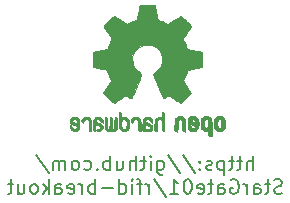
<source format=gbo>
G04 #@! TF.GenerationSoftware,KiCad,Pcbnew,5.1.10*
G04 #@! TF.CreationDate,2021-10-22T00:18:35+02:00*
G04 #@! TF.ProjectId,rfid-breakout,72666964-2d62-4726-9561-6b6f75742e6b,rev?*
G04 #@! TF.SameCoordinates,Original*
G04 #@! TF.FileFunction,Legend,Bot*
G04 #@! TF.FilePolarity,Positive*
%FSLAX46Y46*%
G04 Gerber Fmt 4.6, Leading zero omitted, Abs format (unit mm)*
G04 Created by KiCad (PCBNEW 5.1.10) date 2021-10-22 00:18:35*
%MOMM*%
%LPD*%
G01*
G04 APERTURE LIST*
%ADD10C,0.200000*%
%ADD11C,0.010000*%
G04 APERTURE END LIST*
D10*
X155585714Y-104292857D02*
X155585714Y-103092857D01*
X155071428Y-104292857D02*
X155071428Y-103664285D01*
X155128571Y-103550000D01*
X155242857Y-103492857D01*
X155414285Y-103492857D01*
X155528571Y-103550000D01*
X155585714Y-103607142D01*
X154671428Y-103492857D02*
X154214285Y-103492857D01*
X154500000Y-103092857D02*
X154500000Y-104121428D01*
X154442857Y-104235714D01*
X154328571Y-104292857D01*
X154214285Y-104292857D01*
X153985714Y-103492857D02*
X153528571Y-103492857D01*
X153814285Y-103092857D02*
X153814285Y-104121428D01*
X153757142Y-104235714D01*
X153642857Y-104292857D01*
X153528571Y-104292857D01*
X153128571Y-103492857D02*
X153128571Y-104692857D01*
X153128571Y-103550000D02*
X153014285Y-103492857D01*
X152785714Y-103492857D01*
X152671428Y-103550000D01*
X152614285Y-103607142D01*
X152557142Y-103721428D01*
X152557142Y-104064285D01*
X152614285Y-104178571D01*
X152671428Y-104235714D01*
X152785714Y-104292857D01*
X153014285Y-104292857D01*
X153128571Y-104235714D01*
X152100000Y-104235714D02*
X151985714Y-104292857D01*
X151757142Y-104292857D01*
X151642857Y-104235714D01*
X151585714Y-104121428D01*
X151585714Y-104064285D01*
X151642857Y-103950000D01*
X151757142Y-103892857D01*
X151928571Y-103892857D01*
X152042857Y-103835714D01*
X152100000Y-103721428D01*
X152100000Y-103664285D01*
X152042857Y-103550000D01*
X151928571Y-103492857D01*
X151757142Y-103492857D01*
X151642857Y-103550000D01*
X151071428Y-104178571D02*
X151014285Y-104235714D01*
X151071428Y-104292857D01*
X151128571Y-104235714D01*
X151071428Y-104178571D01*
X151071428Y-104292857D01*
X151071428Y-103550000D02*
X151014285Y-103607142D01*
X151071428Y-103664285D01*
X151128571Y-103607142D01*
X151071428Y-103550000D01*
X151071428Y-103664285D01*
X149642857Y-103035714D02*
X150671428Y-104578571D01*
X148385714Y-103035714D02*
X149414285Y-104578571D01*
X147471428Y-103492857D02*
X147471428Y-104464285D01*
X147528571Y-104578571D01*
X147585714Y-104635714D01*
X147700000Y-104692857D01*
X147871428Y-104692857D01*
X147985714Y-104635714D01*
X147471428Y-104235714D02*
X147585714Y-104292857D01*
X147814285Y-104292857D01*
X147928571Y-104235714D01*
X147985714Y-104178571D01*
X148042857Y-104064285D01*
X148042857Y-103721428D01*
X147985714Y-103607142D01*
X147928571Y-103550000D01*
X147814285Y-103492857D01*
X147585714Y-103492857D01*
X147471428Y-103550000D01*
X146900000Y-104292857D02*
X146900000Y-103492857D01*
X146900000Y-103092857D02*
X146957142Y-103150000D01*
X146900000Y-103207142D01*
X146842857Y-103150000D01*
X146900000Y-103092857D01*
X146900000Y-103207142D01*
X146500000Y-103492857D02*
X146042857Y-103492857D01*
X146328571Y-103092857D02*
X146328571Y-104121428D01*
X146271428Y-104235714D01*
X146157142Y-104292857D01*
X146042857Y-104292857D01*
X145642857Y-104292857D02*
X145642857Y-103092857D01*
X145128571Y-104292857D02*
X145128571Y-103664285D01*
X145185714Y-103550000D01*
X145300000Y-103492857D01*
X145471428Y-103492857D01*
X145585714Y-103550000D01*
X145642857Y-103607142D01*
X144042857Y-103492857D02*
X144042857Y-104292857D01*
X144557142Y-103492857D02*
X144557142Y-104121428D01*
X144500000Y-104235714D01*
X144385714Y-104292857D01*
X144214285Y-104292857D01*
X144100000Y-104235714D01*
X144042857Y-104178571D01*
X143471428Y-104292857D02*
X143471428Y-103092857D01*
X143471428Y-103550000D02*
X143357142Y-103492857D01*
X143128571Y-103492857D01*
X143014285Y-103550000D01*
X142957142Y-103607142D01*
X142900000Y-103721428D01*
X142900000Y-104064285D01*
X142957142Y-104178571D01*
X143014285Y-104235714D01*
X143128571Y-104292857D01*
X143357142Y-104292857D01*
X143471428Y-104235714D01*
X142385714Y-104178571D02*
X142328571Y-104235714D01*
X142385714Y-104292857D01*
X142442857Y-104235714D01*
X142385714Y-104178571D01*
X142385714Y-104292857D01*
X141300000Y-104235714D02*
X141414285Y-104292857D01*
X141642857Y-104292857D01*
X141757142Y-104235714D01*
X141814285Y-104178571D01*
X141871428Y-104064285D01*
X141871428Y-103721428D01*
X141814285Y-103607142D01*
X141757142Y-103550000D01*
X141642857Y-103492857D01*
X141414285Y-103492857D01*
X141300000Y-103550000D01*
X140614285Y-104292857D02*
X140728571Y-104235714D01*
X140785714Y-104178571D01*
X140842857Y-104064285D01*
X140842857Y-103721428D01*
X140785714Y-103607142D01*
X140728571Y-103550000D01*
X140614285Y-103492857D01*
X140442857Y-103492857D01*
X140328571Y-103550000D01*
X140271428Y-103607142D01*
X140214285Y-103721428D01*
X140214285Y-104064285D01*
X140271428Y-104178571D01*
X140328571Y-104235714D01*
X140442857Y-104292857D01*
X140614285Y-104292857D01*
X139700000Y-104292857D02*
X139700000Y-103492857D01*
X139700000Y-103607142D02*
X139642857Y-103550000D01*
X139528571Y-103492857D01*
X139357142Y-103492857D01*
X139242857Y-103550000D01*
X139185714Y-103664285D01*
X139185714Y-104292857D01*
X139185714Y-103664285D02*
X139128571Y-103550000D01*
X139014285Y-103492857D01*
X138842857Y-103492857D01*
X138728571Y-103550000D01*
X138671428Y-103664285D01*
X138671428Y-104292857D01*
X137242857Y-103035714D02*
X138271428Y-104578571D01*
X158042857Y-106235714D02*
X157871428Y-106292857D01*
X157585714Y-106292857D01*
X157471428Y-106235714D01*
X157414285Y-106178571D01*
X157357142Y-106064285D01*
X157357142Y-105950000D01*
X157414285Y-105835714D01*
X157471428Y-105778571D01*
X157585714Y-105721428D01*
X157814285Y-105664285D01*
X157928571Y-105607142D01*
X157985714Y-105550000D01*
X158042857Y-105435714D01*
X158042857Y-105321428D01*
X157985714Y-105207142D01*
X157928571Y-105150000D01*
X157814285Y-105092857D01*
X157528571Y-105092857D01*
X157357142Y-105150000D01*
X157014285Y-105492857D02*
X156557142Y-105492857D01*
X156842857Y-105092857D02*
X156842857Y-106121428D01*
X156785714Y-106235714D01*
X156671428Y-106292857D01*
X156557142Y-106292857D01*
X155642857Y-106292857D02*
X155642857Y-105664285D01*
X155700000Y-105550000D01*
X155814285Y-105492857D01*
X156042857Y-105492857D01*
X156157142Y-105550000D01*
X155642857Y-106235714D02*
X155757142Y-106292857D01*
X156042857Y-106292857D01*
X156157142Y-106235714D01*
X156214285Y-106121428D01*
X156214285Y-106007142D01*
X156157142Y-105892857D01*
X156042857Y-105835714D01*
X155757142Y-105835714D01*
X155642857Y-105778571D01*
X155071428Y-106292857D02*
X155071428Y-105492857D01*
X155071428Y-105721428D02*
X155014285Y-105607142D01*
X154957142Y-105550000D01*
X154842857Y-105492857D01*
X154728571Y-105492857D01*
X153700000Y-105150000D02*
X153814285Y-105092857D01*
X153985714Y-105092857D01*
X154157142Y-105150000D01*
X154271428Y-105264285D01*
X154328571Y-105378571D01*
X154385714Y-105607142D01*
X154385714Y-105778571D01*
X154328571Y-106007142D01*
X154271428Y-106121428D01*
X154157142Y-106235714D01*
X153985714Y-106292857D01*
X153871428Y-106292857D01*
X153700000Y-106235714D01*
X153642857Y-106178571D01*
X153642857Y-105778571D01*
X153871428Y-105778571D01*
X152614285Y-106292857D02*
X152614285Y-105664285D01*
X152671428Y-105550000D01*
X152785714Y-105492857D01*
X153014285Y-105492857D01*
X153128571Y-105550000D01*
X152614285Y-106235714D02*
X152728571Y-106292857D01*
X153014285Y-106292857D01*
X153128571Y-106235714D01*
X153185714Y-106121428D01*
X153185714Y-106007142D01*
X153128571Y-105892857D01*
X153014285Y-105835714D01*
X152728571Y-105835714D01*
X152614285Y-105778571D01*
X152214285Y-105492857D02*
X151757142Y-105492857D01*
X152042857Y-105092857D02*
X152042857Y-106121428D01*
X151985714Y-106235714D01*
X151871428Y-106292857D01*
X151757142Y-106292857D01*
X150900000Y-106235714D02*
X151014285Y-106292857D01*
X151242857Y-106292857D01*
X151357142Y-106235714D01*
X151414285Y-106121428D01*
X151414285Y-105664285D01*
X151357142Y-105550000D01*
X151242857Y-105492857D01*
X151014285Y-105492857D01*
X150900000Y-105550000D01*
X150842857Y-105664285D01*
X150842857Y-105778571D01*
X151414285Y-105892857D01*
X150100000Y-105092857D02*
X149985714Y-105092857D01*
X149871428Y-105150000D01*
X149814285Y-105207142D01*
X149757142Y-105321428D01*
X149700000Y-105550000D01*
X149700000Y-105835714D01*
X149757142Y-106064285D01*
X149814285Y-106178571D01*
X149871428Y-106235714D01*
X149985714Y-106292857D01*
X150100000Y-106292857D01*
X150214285Y-106235714D01*
X150271428Y-106178571D01*
X150328571Y-106064285D01*
X150385714Y-105835714D01*
X150385714Y-105550000D01*
X150328571Y-105321428D01*
X150271428Y-105207142D01*
X150214285Y-105150000D01*
X150100000Y-105092857D01*
X148557142Y-106292857D02*
X149242857Y-106292857D01*
X148900000Y-106292857D02*
X148900000Y-105092857D01*
X149014285Y-105264285D01*
X149128571Y-105378571D01*
X149242857Y-105435714D01*
X147185714Y-105035714D02*
X148214285Y-106578571D01*
X146785714Y-106292857D02*
X146785714Y-105492857D01*
X146785714Y-105721428D02*
X146728571Y-105607142D01*
X146671428Y-105550000D01*
X146557142Y-105492857D01*
X146442857Y-105492857D01*
X146214285Y-105492857D02*
X145757142Y-105492857D01*
X146042857Y-106292857D02*
X146042857Y-105264285D01*
X145985714Y-105150000D01*
X145871428Y-105092857D01*
X145757142Y-105092857D01*
X145357142Y-106292857D02*
X145357142Y-105492857D01*
X145357142Y-105092857D02*
X145414285Y-105150000D01*
X145357142Y-105207142D01*
X145300000Y-105150000D01*
X145357142Y-105092857D01*
X145357142Y-105207142D01*
X144271428Y-106292857D02*
X144271428Y-105092857D01*
X144271428Y-106235714D02*
X144385714Y-106292857D01*
X144614285Y-106292857D01*
X144728571Y-106235714D01*
X144785714Y-106178571D01*
X144842857Y-106064285D01*
X144842857Y-105721428D01*
X144785714Y-105607142D01*
X144728571Y-105550000D01*
X144614285Y-105492857D01*
X144385714Y-105492857D01*
X144271428Y-105550000D01*
X143700000Y-105835714D02*
X142785714Y-105835714D01*
X142214285Y-106292857D02*
X142214285Y-105092857D01*
X142214285Y-105550000D02*
X142100000Y-105492857D01*
X141871428Y-105492857D01*
X141757142Y-105550000D01*
X141700000Y-105607142D01*
X141642857Y-105721428D01*
X141642857Y-106064285D01*
X141700000Y-106178571D01*
X141757142Y-106235714D01*
X141871428Y-106292857D01*
X142100000Y-106292857D01*
X142214285Y-106235714D01*
X141128571Y-106292857D02*
X141128571Y-105492857D01*
X141128571Y-105721428D02*
X141071428Y-105607142D01*
X141014285Y-105550000D01*
X140900000Y-105492857D01*
X140785714Y-105492857D01*
X139928571Y-106235714D02*
X140042857Y-106292857D01*
X140271428Y-106292857D01*
X140385714Y-106235714D01*
X140442857Y-106121428D01*
X140442857Y-105664285D01*
X140385714Y-105550000D01*
X140271428Y-105492857D01*
X140042857Y-105492857D01*
X139928571Y-105550000D01*
X139871428Y-105664285D01*
X139871428Y-105778571D01*
X140442857Y-105892857D01*
X138842857Y-106292857D02*
X138842857Y-105664285D01*
X138900000Y-105550000D01*
X139014285Y-105492857D01*
X139242857Y-105492857D01*
X139357142Y-105550000D01*
X138842857Y-106235714D02*
X138957142Y-106292857D01*
X139242857Y-106292857D01*
X139357142Y-106235714D01*
X139414285Y-106121428D01*
X139414285Y-106007142D01*
X139357142Y-105892857D01*
X139242857Y-105835714D01*
X138957142Y-105835714D01*
X138842857Y-105778571D01*
X138271428Y-106292857D02*
X138271428Y-105092857D01*
X138157142Y-105835714D02*
X137814285Y-106292857D01*
X137814285Y-105492857D02*
X138271428Y-105950000D01*
X137128571Y-106292857D02*
X137242857Y-106235714D01*
X137300000Y-106178571D01*
X137357142Y-106064285D01*
X137357142Y-105721428D01*
X137300000Y-105607142D01*
X137242857Y-105550000D01*
X137128571Y-105492857D01*
X136957142Y-105492857D01*
X136842857Y-105550000D01*
X136785714Y-105607142D01*
X136728571Y-105721428D01*
X136728571Y-106064285D01*
X136785714Y-106178571D01*
X136842857Y-106235714D01*
X136957142Y-106292857D01*
X137128571Y-106292857D01*
X135700000Y-105492857D02*
X135700000Y-106292857D01*
X136214285Y-105492857D02*
X136214285Y-106121428D01*
X136157142Y-106235714D01*
X136042857Y-106292857D01*
X135871428Y-106292857D01*
X135757142Y-106235714D01*
X135700000Y-106178571D01*
X135300000Y-105492857D02*
X134842857Y-105492857D01*
X135128571Y-105092857D02*
X135128571Y-106121428D01*
X135071428Y-106235714D01*
X134957142Y-106292857D01*
X134842857Y-106292857D01*
D11*
G36*
X146415986Y-90327998D02*
G01*
X146257994Y-90328863D01*
X146143653Y-90331205D01*
X146065593Y-90335762D01*
X146016446Y-90343270D01*
X145988841Y-90354466D01*
X145975408Y-90370088D01*
X145968779Y-90390873D01*
X145968135Y-90393563D01*
X145958065Y-90442113D01*
X145939425Y-90537905D01*
X145914155Y-90670743D01*
X145884193Y-90830431D01*
X145851478Y-91006774D01*
X145850336Y-91012967D01*
X145817567Y-91185782D01*
X145786907Y-91338469D01*
X145760336Y-91461871D01*
X145739833Y-91546831D01*
X145727374Y-91584190D01*
X145726780Y-91584852D01*
X145690081Y-91603095D01*
X145614414Y-91633497D01*
X145516122Y-91669493D01*
X145515575Y-91669685D01*
X145391767Y-91716222D01*
X145245804Y-91775504D01*
X145108219Y-91835109D01*
X145101707Y-91838056D01*
X144877610Y-91939765D01*
X144381381Y-91600897D01*
X144229154Y-91497592D01*
X144091259Y-91405237D01*
X143975685Y-91329084D01*
X143890421Y-91274385D01*
X143843456Y-91246393D01*
X143838996Y-91244317D01*
X143804866Y-91253560D01*
X143741119Y-91298156D01*
X143645269Y-91380209D01*
X143514831Y-91501821D01*
X143381672Y-91631205D01*
X143253306Y-91758702D01*
X143138419Y-91875046D01*
X143043927Y-91973052D01*
X142976747Y-92045536D01*
X142943794Y-92085313D01*
X142942568Y-92087361D01*
X142938926Y-92114656D01*
X142952650Y-92159234D01*
X142987131Y-92227112D01*
X143045761Y-92324311D01*
X143131930Y-92456851D01*
X143246800Y-92627476D01*
X143348746Y-92777655D01*
X143439877Y-92912350D01*
X143514927Y-93023740D01*
X143568631Y-93104005D01*
X143595720Y-93145325D01*
X143597426Y-93148130D01*
X143594118Y-93187721D01*
X143569047Y-93264669D01*
X143527202Y-93364432D01*
X143512288Y-93396291D01*
X143447214Y-93538226D01*
X143377788Y-93699273D01*
X143321391Y-93838621D01*
X143280753Y-93942044D01*
X143248474Y-94020642D01*
X143229822Y-94061720D01*
X143227503Y-94064885D01*
X143193197Y-94070128D01*
X143112331Y-94084494D01*
X142995657Y-94105937D01*
X142853925Y-94132413D01*
X142697890Y-94161877D01*
X142538302Y-94192283D01*
X142385915Y-94221588D01*
X142251479Y-94247745D01*
X142145748Y-94268710D01*
X142079474Y-94282439D01*
X142063218Y-94286320D01*
X142046427Y-94295900D01*
X142033751Y-94317536D01*
X142024622Y-94358531D01*
X142018469Y-94426189D01*
X142014720Y-94527812D01*
X142012808Y-94670703D01*
X142012160Y-94862165D01*
X142012126Y-94940645D01*
X142012126Y-95578906D01*
X142165402Y-95609160D01*
X142250678Y-95625564D01*
X142377930Y-95649509D01*
X142531685Y-95678107D01*
X142696466Y-95708467D01*
X142742011Y-95716806D01*
X142894068Y-95746370D01*
X143026532Y-95775442D01*
X143128286Y-95801329D01*
X143188212Y-95821337D01*
X143198195Y-95827301D01*
X143222707Y-95869534D01*
X143257852Y-95951370D01*
X143296827Y-96056683D01*
X143304558Y-96079368D01*
X143355640Y-96220018D01*
X143419046Y-96378714D01*
X143481096Y-96521225D01*
X143481402Y-96521886D01*
X143584733Y-96745440D01*
X142905039Y-97745232D01*
X143341379Y-98182300D01*
X143473351Y-98312381D01*
X143593721Y-98427048D01*
X143695727Y-98520181D01*
X143772609Y-98585658D01*
X143817607Y-98617357D01*
X143824062Y-98619368D01*
X143861960Y-98603529D01*
X143939292Y-98559496D01*
X144047611Y-98492490D01*
X144178468Y-98407734D01*
X144319948Y-98312816D01*
X144463539Y-98215998D01*
X144591565Y-98131751D01*
X144695895Y-98065258D01*
X144768400Y-98021702D01*
X144800842Y-98006264D01*
X144840424Y-98019328D01*
X144915481Y-98053750D01*
X145010532Y-98102380D01*
X145020608Y-98107785D01*
X145148609Y-98171980D01*
X145236382Y-98203463D01*
X145290972Y-98203798D01*
X145319425Y-98174548D01*
X145319590Y-98174138D01*
X145333812Y-98139498D01*
X145367731Y-98057269D01*
X145418716Y-97933814D01*
X145484138Y-97775498D01*
X145561366Y-97588686D01*
X145647771Y-97379742D01*
X145731449Y-97177446D01*
X145823412Y-96954200D01*
X145907850Y-96747392D01*
X145982231Y-96563362D01*
X146044026Y-96408451D01*
X146090703Y-96288996D01*
X146119732Y-96211339D01*
X146128678Y-96182356D01*
X146106244Y-96149110D01*
X146047561Y-96096123D01*
X145969311Y-96037704D01*
X145746466Y-95852952D01*
X145572282Y-95641182D01*
X145448846Y-95406856D01*
X145378246Y-95154434D01*
X145362569Y-94888377D01*
X145373964Y-94765575D01*
X145436050Y-94510793D01*
X145542977Y-94285801D01*
X145688111Y-94092817D01*
X145864822Y-93934061D01*
X146066478Y-93811750D01*
X146286446Y-93728105D01*
X146518094Y-93685344D01*
X146754791Y-93685687D01*
X146989905Y-93731352D01*
X147216804Y-93824559D01*
X147428856Y-93967527D01*
X147517364Y-94048383D01*
X147687111Y-94256007D01*
X147805301Y-94482895D01*
X147872722Y-94722433D01*
X147890160Y-94968007D01*
X147858402Y-95213003D01*
X147778235Y-95450808D01*
X147650445Y-95674807D01*
X147475820Y-95878387D01*
X147280688Y-96037704D01*
X147199409Y-96098602D01*
X147141991Y-96151015D01*
X147121322Y-96182406D01*
X147132144Y-96216639D01*
X147162923Y-96298419D01*
X147211126Y-96421407D01*
X147274222Y-96579263D01*
X147349678Y-96765649D01*
X147434962Y-96974226D01*
X147518781Y-97177496D01*
X147611255Y-97400933D01*
X147696911Y-97607984D01*
X147773118Y-97792286D01*
X147837247Y-97947475D01*
X147886668Y-98067188D01*
X147918752Y-98145061D01*
X147930641Y-98174138D01*
X147958726Y-98203677D01*
X148013051Y-98203591D01*
X148100605Y-98172326D01*
X148228381Y-98108329D01*
X148229392Y-98107785D01*
X148325598Y-98058121D01*
X148403369Y-98021945D01*
X148447223Y-98006408D01*
X148449158Y-98006264D01*
X148482171Y-98022024D01*
X148555054Y-98065850D01*
X148659678Y-98132557D01*
X148787910Y-98216964D01*
X148930052Y-98312816D01*
X149074767Y-98409867D01*
X149205196Y-98494270D01*
X149312890Y-98560801D01*
X149389402Y-98604238D01*
X149425938Y-98619368D01*
X149459582Y-98599482D01*
X149527224Y-98543903D01*
X149622107Y-98458754D01*
X149737470Y-98350153D01*
X149866555Y-98224221D01*
X149908771Y-98182149D01*
X150345261Y-97744931D01*
X150013023Y-97257340D01*
X149912054Y-97107605D01*
X149823438Y-96973220D01*
X149752146Y-96861969D01*
X149703150Y-96781639D01*
X149681422Y-96740014D01*
X149680785Y-96737053D01*
X149692240Y-96697818D01*
X149723051Y-96618895D01*
X149767884Y-96513509D01*
X149799353Y-96442954D01*
X149858192Y-96307876D01*
X149913604Y-96171409D01*
X149956564Y-96056103D01*
X149968234Y-96020977D01*
X150001389Y-95927174D01*
X150033799Y-95854694D01*
X150051601Y-95827301D01*
X150090886Y-95810536D01*
X150176626Y-95786770D01*
X150297697Y-95758697D01*
X150442973Y-95729009D01*
X150507988Y-95716806D01*
X150673087Y-95686468D01*
X150831448Y-95657093D01*
X150967596Y-95631569D01*
X151066057Y-95612785D01*
X151084598Y-95609160D01*
X151237873Y-95578906D01*
X151237873Y-94940645D01*
X151237529Y-94730770D01*
X151236116Y-94571980D01*
X151233064Y-94456973D01*
X151227803Y-94378446D01*
X151219763Y-94329096D01*
X151208373Y-94301619D01*
X151193063Y-94288713D01*
X151186782Y-94286320D01*
X151148896Y-94277833D01*
X151065195Y-94260900D01*
X150946433Y-94237566D01*
X150803361Y-94209875D01*
X150646732Y-94179873D01*
X150487297Y-94149604D01*
X150335809Y-94121115D01*
X150203019Y-94096449D01*
X150099681Y-94077651D01*
X150036545Y-94066767D01*
X150022497Y-94064885D01*
X150009770Y-94039704D01*
X149981600Y-93972622D01*
X149943252Y-93876333D01*
X149928609Y-93838621D01*
X149869548Y-93692921D01*
X149800000Y-93531951D01*
X149737712Y-93396291D01*
X149691879Y-93292561D01*
X149661387Y-93207326D01*
X149651208Y-93155126D01*
X149652831Y-93148130D01*
X149674343Y-93115102D01*
X149723465Y-93041643D01*
X149794923Y-92935577D01*
X149883445Y-92804726D01*
X149983759Y-92656912D01*
X150003594Y-92627734D01*
X150119988Y-92454863D01*
X150205548Y-92323226D01*
X150263684Y-92226761D01*
X150297808Y-92159408D01*
X150311331Y-92115106D01*
X150307664Y-92087794D01*
X150307570Y-92087620D01*
X150278707Y-92051746D01*
X150214867Y-91982391D01*
X150122969Y-91886745D01*
X150009933Y-91771999D01*
X149882679Y-91645341D01*
X149868328Y-91631205D01*
X149707957Y-91475903D01*
X149584195Y-91361870D01*
X149494555Y-91287002D01*
X149436552Y-91249196D01*
X149411004Y-91244317D01*
X149373718Y-91265603D01*
X149296343Y-91314773D01*
X149186867Y-91386575D01*
X149053280Y-91475755D01*
X148903570Y-91577063D01*
X148868618Y-91600897D01*
X148372390Y-91939765D01*
X148148293Y-91838056D01*
X148012011Y-91778783D01*
X147865724Y-91719170D01*
X147739965Y-91671640D01*
X147734425Y-91669685D01*
X147636057Y-91633677D01*
X147560229Y-91603229D01*
X147523282Y-91584905D01*
X147523220Y-91584852D01*
X147511496Y-91551729D01*
X147491568Y-91470267D01*
X147465413Y-91349625D01*
X147435010Y-91198959D01*
X147402337Y-91027428D01*
X147399664Y-91012967D01*
X147366890Y-90836235D01*
X147336802Y-90675810D01*
X147311339Y-90541888D01*
X147292441Y-90444663D01*
X147282047Y-90394332D01*
X147281865Y-90393563D01*
X147275539Y-90372153D01*
X147263239Y-90355988D01*
X147237594Y-90344331D01*
X147191235Y-90336445D01*
X147116792Y-90331593D01*
X147006895Y-90329039D01*
X146854175Y-90328045D01*
X146651262Y-90327874D01*
X146625000Y-90327874D01*
X146415986Y-90327998D01*
G37*
X146415986Y-90327998D02*
X146257994Y-90328863D01*
X146143653Y-90331205D01*
X146065593Y-90335762D01*
X146016446Y-90343270D01*
X145988841Y-90354466D01*
X145975408Y-90370088D01*
X145968779Y-90390873D01*
X145968135Y-90393563D01*
X145958065Y-90442113D01*
X145939425Y-90537905D01*
X145914155Y-90670743D01*
X145884193Y-90830431D01*
X145851478Y-91006774D01*
X145850336Y-91012967D01*
X145817567Y-91185782D01*
X145786907Y-91338469D01*
X145760336Y-91461871D01*
X145739833Y-91546831D01*
X145727374Y-91584190D01*
X145726780Y-91584852D01*
X145690081Y-91603095D01*
X145614414Y-91633497D01*
X145516122Y-91669493D01*
X145515575Y-91669685D01*
X145391767Y-91716222D01*
X145245804Y-91775504D01*
X145108219Y-91835109D01*
X145101707Y-91838056D01*
X144877610Y-91939765D01*
X144381381Y-91600897D01*
X144229154Y-91497592D01*
X144091259Y-91405237D01*
X143975685Y-91329084D01*
X143890421Y-91274385D01*
X143843456Y-91246393D01*
X143838996Y-91244317D01*
X143804866Y-91253560D01*
X143741119Y-91298156D01*
X143645269Y-91380209D01*
X143514831Y-91501821D01*
X143381672Y-91631205D01*
X143253306Y-91758702D01*
X143138419Y-91875046D01*
X143043927Y-91973052D01*
X142976747Y-92045536D01*
X142943794Y-92085313D01*
X142942568Y-92087361D01*
X142938926Y-92114656D01*
X142952650Y-92159234D01*
X142987131Y-92227112D01*
X143045761Y-92324311D01*
X143131930Y-92456851D01*
X143246800Y-92627476D01*
X143348746Y-92777655D01*
X143439877Y-92912350D01*
X143514927Y-93023740D01*
X143568631Y-93104005D01*
X143595720Y-93145325D01*
X143597426Y-93148130D01*
X143594118Y-93187721D01*
X143569047Y-93264669D01*
X143527202Y-93364432D01*
X143512288Y-93396291D01*
X143447214Y-93538226D01*
X143377788Y-93699273D01*
X143321391Y-93838621D01*
X143280753Y-93942044D01*
X143248474Y-94020642D01*
X143229822Y-94061720D01*
X143227503Y-94064885D01*
X143193197Y-94070128D01*
X143112331Y-94084494D01*
X142995657Y-94105937D01*
X142853925Y-94132413D01*
X142697890Y-94161877D01*
X142538302Y-94192283D01*
X142385915Y-94221588D01*
X142251479Y-94247745D01*
X142145748Y-94268710D01*
X142079474Y-94282439D01*
X142063218Y-94286320D01*
X142046427Y-94295900D01*
X142033751Y-94317536D01*
X142024622Y-94358531D01*
X142018469Y-94426189D01*
X142014720Y-94527812D01*
X142012808Y-94670703D01*
X142012160Y-94862165D01*
X142012126Y-94940645D01*
X142012126Y-95578906D01*
X142165402Y-95609160D01*
X142250678Y-95625564D01*
X142377930Y-95649509D01*
X142531685Y-95678107D01*
X142696466Y-95708467D01*
X142742011Y-95716806D01*
X142894068Y-95746370D01*
X143026532Y-95775442D01*
X143128286Y-95801329D01*
X143188212Y-95821337D01*
X143198195Y-95827301D01*
X143222707Y-95869534D01*
X143257852Y-95951370D01*
X143296827Y-96056683D01*
X143304558Y-96079368D01*
X143355640Y-96220018D01*
X143419046Y-96378714D01*
X143481096Y-96521225D01*
X143481402Y-96521886D01*
X143584733Y-96745440D01*
X142905039Y-97745232D01*
X143341379Y-98182300D01*
X143473351Y-98312381D01*
X143593721Y-98427048D01*
X143695727Y-98520181D01*
X143772609Y-98585658D01*
X143817607Y-98617357D01*
X143824062Y-98619368D01*
X143861960Y-98603529D01*
X143939292Y-98559496D01*
X144047611Y-98492490D01*
X144178468Y-98407734D01*
X144319948Y-98312816D01*
X144463539Y-98215998D01*
X144591565Y-98131751D01*
X144695895Y-98065258D01*
X144768400Y-98021702D01*
X144800842Y-98006264D01*
X144840424Y-98019328D01*
X144915481Y-98053750D01*
X145010532Y-98102380D01*
X145020608Y-98107785D01*
X145148609Y-98171980D01*
X145236382Y-98203463D01*
X145290972Y-98203798D01*
X145319425Y-98174548D01*
X145319590Y-98174138D01*
X145333812Y-98139498D01*
X145367731Y-98057269D01*
X145418716Y-97933814D01*
X145484138Y-97775498D01*
X145561366Y-97588686D01*
X145647771Y-97379742D01*
X145731449Y-97177446D01*
X145823412Y-96954200D01*
X145907850Y-96747392D01*
X145982231Y-96563362D01*
X146044026Y-96408451D01*
X146090703Y-96288996D01*
X146119732Y-96211339D01*
X146128678Y-96182356D01*
X146106244Y-96149110D01*
X146047561Y-96096123D01*
X145969311Y-96037704D01*
X145746466Y-95852952D01*
X145572282Y-95641182D01*
X145448846Y-95406856D01*
X145378246Y-95154434D01*
X145362569Y-94888377D01*
X145373964Y-94765575D01*
X145436050Y-94510793D01*
X145542977Y-94285801D01*
X145688111Y-94092817D01*
X145864822Y-93934061D01*
X146066478Y-93811750D01*
X146286446Y-93728105D01*
X146518094Y-93685344D01*
X146754791Y-93685687D01*
X146989905Y-93731352D01*
X147216804Y-93824559D01*
X147428856Y-93967527D01*
X147517364Y-94048383D01*
X147687111Y-94256007D01*
X147805301Y-94482895D01*
X147872722Y-94722433D01*
X147890160Y-94968007D01*
X147858402Y-95213003D01*
X147778235Y-95450808D01*
X147650445Y-95674807D01*
X147475820Y-95878387D01*
X147280688Y-96037704D01*
X147199409Y-96098602D01*
X147141991Y-96151015D01*
X147121322Y-96182406D01*
X147132144Y-96216639D01*
X147162923Y-96298419D01*
X147211126Y-96421407D01*
X147274222Y-96579263D01*
X147349678Y-96765649D01*
X147434962Y-96974226D01*
X147518781Y-97177496D01*
X147611255Y-97400933D01*
X147696911Y-97607984D01*
X147773118Y-97792286D01*
X147837247Y-97947475D01*
X147886668Y-98067188D01*
X147918752Y-98145061D01*
X147930641Y-98174138D01*
X147958726Y-98203677D01*
X148013051Y-98203591D01*
X148100605Y-98172326D01*
X148228381Y-98108329D01*
X148229392Y-98107785D01*
X148325598Y-98058121D01*
X148403369Y-98021945D01*
X148447223Y-98006408D01*
X148449158Y-98006264D01*
X148482171Y-98022024D01*
X148555054Y-98065850D01*
X148659678Y-98132557D01*
X148787910Y-98216964D01*
X148930052Y-98312816D01*
X149074767Y-98409867D01*
X149205196Y-98494270D01*
X149312890Y-98560801D01*
X149389402Y-98604238D01*
X149425938Y-98619368D01*
X149459582Y-98599482D01*
X149527224Y-98543903D01*
X149622107Y-98458754D01*
X149737470Y-98350153D01*
X149866555Y-98224221D01*
X149908771Y-98182149D01*
X150345261Y-97744931D01*
X150013023Y-97257340D01*
X149912054Y-97107605D01*
X149823438Y-96973220D01*
X149752146Y-96861969D01*
X149703150Y-96781639D01*
X149681422Y-96740014D01*
X149680785Y-96737053D01*
X149692240Y-96697818D01*
X149723051Y-96618895D01*
X149767884Y-96513509D01*
X149799353Y-96442954D01*
X149858192Y-96307876D01*
X149913604Y-96171409D01*
X149956564Y-96056103D01*
X149968234Y-96020977D01*
X150001389Y-95927174D01*
X150033799Y-95854694D01*
X150051601Y-95827301D01*
X150090886Y-95810536D01*
X150176626Y-95786770D01*
X150297697Y-95758697D01*
X150442973Y-95729009D01*
X150507988Y-95716806D01*
X150673087Y-95686468D01*
X150831448Y-95657093D01*
X150967596Y-95631569D01*
X151066057Y-95612785D01*
X151084598Y-95609160D01*
X151237873Y-95578906D01*
X151237873Y-94940645D01*
X151237529Y-94730770D01*
X151236116Y-94571980D01*
X151233064Y-94456973D01*
X151227803Y-94378446D01*
X151219763Y-94329096D01*
X151208373Y-94301619D01*
X151193063Y-94288713D01*
X151186782Y-94286320D01*
X151148896Y-94277833D01*
X151065195Y-94260900D01*
X150946433Y-94237566D01*
X150803361Y-94209875D01*
X150646732Y-94179873D01*
X150487297Y-94149604D01*
X150335809Y-94121115D01*
X150203019Y-94096449D01*
X150099681Y-94077651D01*
X150036545Y-94066767D01*
X150022497Y-94064885D01*
X150009770Y-94039704D01*
X149981600Y-93972622D01*
X149943252Y-93876333D01*
X149928609Y-93838621D01*
X149869548Y-93692921D01*
X149800000Y-93531951D01*
X149737712Y-93396291D01*
X149691879Y-93292561D01*
X149661387Y-93207326D01*
X149651208Y-93155126D01*
X149652831Y-93148130D01*
X149674343Y-93115102D01*
X149723465Y-93041643D01*
X149794923Y-92935577D01*
X149883445Y-92804726D01*
X149983759Y-92656912D01*
X150003594Y-92627734D01*
X150119988Y-92454863D01*
X150205548Y-92323226D01*
X150263684Y-92226761D01*
X150297808Y-92159408D01*
X150311331Y-92115106D01*
X150307664Y-92087794D01*
X150307570Y-92087620D01*
X150278707Y-92051746D01*
X150214867Y-91982391D01*
X150122969Y-91886745D01*
X150009933Y-91771999D01*
X149882679Y-91645341D01*
X149868328Y-91631205D01*
X149707957Y-91475903D01*
X149584195Y-91361870D01*
X149494555Y-91287002D01*
X149436552Y-91249196D01*
X149411004Y-91244317D01*
X149373718Y-91265603D01*
X149296343Y-91314773D01*
X149186867Y-91386575D01*
X149053280Y-91475755D01*
X148903570Y-91577063D01*
X148868618Y-91600897D01*
X148372390Y-91939765D01*
X148148293Y-91838056D01*
X148012011Y-91778783D01*
X147865724Y-91719170D01*
X147739965Y-91671640D01*
X147734425Y-91669685D01*
X147636057Y-91633677D01*
X147560229Y-91603229D01*
X147523282Y-91584905D01*
X147523220Y-91584852D01*
X147511496Y-91551729D01*
X147491568Y-91470267D01*
X147465413Y-91349625D01*
X147435010Y-91198959D01*
X147402337Y-91027428D01*
X147399664Y-91012967D01*
X147366890Y-90836235D01*
X147336802Y-90675810D01*
X147311339Y-90541888D01*
X147292441Y-90444663D01*
X147282047Y-90394332D01*
X147281865Y-90393563D01*
X147275539Y-90372153D01*
X147263239Y-90355988D01*
X147237594Y-90344331D01*
X147191235Y-90336445D01*
X147116792Y-90331593D01*
X147006895Y-90329039D01*
X146854175Y-90328045D01*
X146651262Y-90327874D01*
X146625000Y-90327874D01*
X146415986Y-90327998D01*
G36*
X140281561Y-99831540D02*
G01*
X140166050Y-99907034D01*
X140110336Y-99974617D01*
X140066196Y-100097255D01*
X140062691Y-100194298D01*
X140070632Y-100324056D01*
X140369885Y-100455039D01*
X140515389Y-100521958D01*
X140610463Y-100575790D01*
X140659899Y-100622416D01*
X140668489Y-100667720D01*
X140641028Y-100717582D01*
X140610747Y-100750632D01*
X140522637Y-100803633D01*
X140426804Y-100807347D01*
X140338788Y-100766041D01*
X140274131Y-100683983D01*
X140262567Y-100655008D01*
X140207175Y-100564509D01*
X140143447Y-100525940D01*
X140056034Y-100492946D01*
X140056034Y-100618034D01*
X140063762Y-100703156D01*
X140094034Y-100774938D01*
X140157482Y-100857356D01*
X140166912Y-100868066D01*
X140237487Y-100941391D01*
X140298153Y-100980742D01*
X140374050Y-100998845D01*
X140436970Y-101004774D01*
X140549513Y-101006251D01*
X140629630Y-100987535D01*
X140679610Y-100959747D01*
X140758162Y-100898641D01*
X140812537Y-100832554D01*
X140846948Y-100749441D01*
X140865612Y-100637254D01*
X140872744Y-100483946D01*
X140873313Y-100406136D01*
X140871378Y-100312853D01*
X140695101Y-100312853D01*
X140693056Y-100362896D01*
X140687961Y-100371092D01*
X140654334Y-100359958D01*
X140581970Y-100330493D01*
X140485253Y-100288601D01*
X140465027Y-100279597D01*
X140342797Y-100217442D01*
X140275453Y-100162815D01*
X140260652Y-100111649D01*
X140296053Y-100059876D01*
X140325289Y-100037000D01*
X140430784Y-99991250D01*
X140529524Y-99998808D01*
X140612188Y-100054651D01*
X140669452Y-100153753D01*
X140687812Y-100232414D01*
X140695101Y-100312853D01*
X140871378Y-100312853D01*
X140869541Y-100224351D01*
X140855641Y-100089853D01*
X140828106Y-99991916D01*
X140783428Y-99919811D01*
X140718099Y-99862813D01*
X140689617Y-99844393D01*
X140560237Y-99796422D01*
X140418588Y-99793403D01*
X140281561Y-99831540D01*
G37*
X140281561Y-99831540D02*
X140166050Y-99907034D01*
X140110336Y-99974617D01*
X140066196Y-100097255D01*
X140062691Y-100194298D01*
X140070632Y-100324056D01*
X140369885Y-100455039D01*
X140515389Y-100521958D01*
X140610463Y-100575790D01*
X140659899Y-100622416D01*
X140668489Y-100667720D01*
X140641028Y-100717582D01*
X140610747Y-100750632D01*
X140522637Y-100803633D01*
X140426804Y-100807347D01*
X140338788Y-100766041D01*
X140274131Y-100683983D01*
X140262567Y-100655008D01*
X140207175Y-100564509D01*
X140143447Y-100525940D01*
X140056034Y-100492946D01*
X140056034Y-100618034D01*
X140063762Y-100703156D01*
X140094034Y-100774938D01*
X140157482Y-100857356D01*
X140166912Y-100868066D01*
X140237487Y-100941391D01*
X140298153Y-100980742D01*
X140374050Y-100998845D01*
X140436970Y-101004774D01*
X140549513Y-101006251D01*
X140629630Y-100987535D01*
X140679610Y-100959747D01*
X140758162Y-100898641D01*
X140812537Y-100832554D01*
X140846948Y-100749441D01*
X140865612Y-100637254D01*
X140872744Y-100483946D01*
X140873313Y-100406136D01*
X140871378Y-100312853D01*
X140695101Y-100312853D01*
X140693056Y-100362896D01*
X140687961Y-100371092D01*
X140654334Y-100359958D01*
X140581970Y-100330493D01*
X140485253Y-100288601D01*
X140465027Y-100279597D01*
X140342797Y-100217442D01*
X140275453Y-100162815D01*
X140260652Y-100111649D01*
X140296053Y-100059876D01*
X140325289Y-100037000D01*
X140430784Y-99991250D01*
X140529524Y-99998808D01*
X140612188Y-100054651D01*
X140669452Y-100153753D01*
X140687812Y-100232414D01*
X140695101Y-100312853D01*
X140871378Y-100312853D01*
X140869541Y-100224351D01*
X140855641Y-100089853D01*
X140828106Y-99991916D01*
X140783428Y-99919811D01*
X140718099Y-99862813D01*
X140689617Y-99844393D01*
X140560237Y-99796422D01*
X140418588Y-99793403D01*
X140281561Y-99831540D01*
G36*
X141289310Y-99815018D02*
G01*
X141254415Y-99830269D01*
X141171123Y-99896235D01*
X141099897Y-99991618D01*
X141055847Y-100093406D01*
X141048678Y-100143587D01*
X141072715Y-100213647D01*
X141125439Y-100250717D01*
X141181969Y-100273164D01*
X141207854Y-100277300D01*
X141220458Y-100247283D01*
X141245346Y-100181961D01*
X141256265Y-100152445D01*
X141317492Y-100050348D01*
X141406139Y-99999423D01*
X141519807Y-100000989D01*
X141528226Y-100002994D01*
X141588912Y-100031767D01*
X141633526Y-100087859D01*
X141663998Y-100178163D01*
X141682256Y-100309571D01*
X141690229Y-100488974D01*
X141690977Y-100584433D01*
X141691348Y-100734913D01*
X141693777Y-100837495D01*
X141700240Y-100902672D01*
X141712712Y-100940938D01*
X141733167Y-100962785D01*
X141763581Y-100978707D01*
X141765339Y-100979509D01*
X141823909Y-101004272D01*
X141852925Y-101013391D01*
X141857384Y-100985822D01*
X141861201Y-100909620D01*
X141864101Y-100794541D01*
X141865809Y-100650341D01*
X141866149Y-100544814D01*
X141864412Y-100340613D01*
X141857618Y-100185697D01*
X141843393Y-100071024D01*
X141819362Y-99987551D01*
X141783152Y-99926236D01*
X141732388Y-99878034D01*
X141682261Y-99844393D01*
X141561725Y-99799619D01*
X141421443Y-99789521D01*
X141289310Y-99815018D01*
G37*
X141289310Y-99815018D02*
X141254415Y-99830269D01*
X141171123Y-99896235D01*
X141099897Y-99991618D01*
X141055847Y-100093406D01*
X141048678Y-100143587D01*
X141072715Y-100213647D01*
X141125439Y-100250717D01*
X141181969Y-100273164D01*
X141207854Y-100277300D01*
X141220458Y-100247283D01*
X141245346Y-100181961D01*
X141256265Y-100152445D01*
X141317492Y-100050348D01*
X141406139Y-99999423D01*
X141519807Y-100000989D01*
X141528226Y-100002994D01*
X141588912Y-100031767D01*
X141633526Y-100087859D01*
X141663998Y-100178163D01*
X141682256Y-100309571D01*
X141690229Y-100488974D01*
X141690977Y-100584433D01*
X141691348Y-100734913D01*
X141693777Y-100837495D01*
X141700240Y-100902672D01*
X141712712Y-100940938D01*
X141733167Y-100962785D01*
X141763581Y-100978707D01*
X141765339Y-100979509D01*
X141823909Y-101004272D01*
X141852925Y-101013391D01*
X141857384Y-100985822D01*
X141861201Y-100909620D01*
X141864101Y-100794541D01*
X141865809Y-100650341D01*
X141866149Y-100544814D01*
X141864412Y-100340613D01*
X141857618Y-100185697D01*
X141843393Y-100071024D01*
X141819362Y-99987551D01*
X141783152Y-99926236D01*
X141732388Y-99878034D01*
X141682261Y-99844393D01*
X141561725Y-99799619D01*
X141421443Y-99789521D01*
X141289310Y-99815018D01*
G36*
X142310594Y-99810156D02*
G01*
X142226531Y-99848393D01*
X142160550Y-99894726D01*
X142112206Y-99946532D01*
X142078828Y-100013363D01*
X142057747Y-100104769D01*
X142046293Y-100230301D01*
X142041797Y-100399508D01*
X142041322Y-100510933D01*
X142041322Y-100945627D01*
X142115684Y-100979509D01*
X142174254Y-101004272D01*
X142203270Y-101013391D01*
X142208821Y-100986257D01*
X142213225Y-100913094D01*
X142215922Y-100806263D01*
X142216494Y-100721437D01*
X142218954Y-100598887D01*
X142225588Y-100501668D01*
X142235274Y-100442134D01*
X142242968Y-100429483D01*
X142294689Y-100442402D01*
X142375883Y-100475539D01*
X142469898Y-100520461D01*
X142560083Y-100568735D01*
X142629785Y-100611928D01*
X142662352Y-100641608D01*
X142662481Y-100641929D01*
X142659680Y-100696857D01*
X142634561Y-100749292D01*
X142590459Y-100791881D01*
X142526091Y-100806126D01*
X142471079Y-100804466D01*
X142393165Y-100803245D01*
X142352268Y-100821498D01*
X142327705Y-100869726D01*
X142324608Y-100878820D01*
X142313960Y-100947598D01*
X142342435Y-100989360D01*
X142416656Y-101009263D01*
X142496832Y-101012944D01*
X142641110Y-100985658D01*
X142715797Y-100946690D01*
X142808037Y-100855148D01*
X142856957Y-100742782D01*
X142861346Y-100624051D01*
X142819999Y-100513411D01*
X142757803Y-100444080D01*
X142695706Y-100405265D01*
X142598105Y-100356125D01*
X142484368Y-100306292D01*
X142465410Y-100298677D01*
X142340479Y-100243545D01*
X142268461Y-100194954D01*
X142245300Y-100146647D01*
X142266936Y-100092370D01*
X142304080Y-100049943D01*
X142391873Y-99997702D01*
X142488470Y-99993784D01*
X142577056Y-100034041D01*
X142640814Y-100114326D01*
X142649183Y-100135040D01*
X142697904Y-100211225D01*
X142769035Y-100267785D01*
X142858793Y-100314201D01*
X142858793Y-100182584D01*
X142853510Y-100102168D01*
X142830858Y-100038786D01*
X142780633Y-99971163D01*
X142732418Y-99919076D01*
X142657446Y-99845322D01*
X142599194Y-99805702D01*
X142536628Y-99789810D01*
X142465807Y-99787184D01*
X142310594Y-99810156D01*
G37*
X142310594Y-99810156D02*
X142226531Y-99848393D01*
X142160550Y-99894726D01*
X142112206Y-99946532D01*
X142078828Y-100013363D01*
X142057747Y-100104769D01*
X142046293Y-100230301D01*
X142041797Y-100399508D01*
X142041322Y-100510933D01*
X142041322Y-100945627D01*
X142115684Y-100979509D01*
X142174254Y-101004272D01*
X142203270Y-101013391D01*
X142208821Y-100986257D01*
X142213225Y-100913094D01*
X142215922Y-100806263D01*
X142216494Y-100721437D01*
X142218954Y-100598887D01*
X142225588Y-100501668D01*
X142235274Y-100442134D01*
X142242968Y-100429483D01*
X142294689Y-100442402D01*
X142375883Y-100475539D01*
X142469898Y-100520461D01*
X142560083Y-100568735D01*
X142629785Y-100611928D01*
X142662352Y-100641608D01*
X142662481Y-100641929D01*
X142659680Y-100696857D01*
X142634561Y-100749292D01*
X142590459Y-100791881D01*
X142526091Y-100806126D01*
X142471079Y-100804466D01*
X142393165Y-100803245D01*
X142352268Y-100821498D01*
X142327705Y-100869726D01*
X142324608Y-100878820D01*
X142313960Y-100947598D01*
X142342435Y-100989360D01*
X142416656Y-101009263D01*
X142496832Y-101012944D01*
X142641110Y-100985658D01*
X142715797Y-100946690D01*
X142808037Y-100855148D01*
X142856957Y-100742782D01*
X142861346Y-100624051D01*
X142819999Y-100513411D01*
X142757803Y-100444080D01*
X142695706Y-100405265D01*
X142598105Y-100356125D01*
X142484368Y-100306292D01*
X142465410Y-100298677D01*
X142340479Y-100243545D01*
X142268461Y-100194954D01*
X142245300Y-100146647D01*
X142266936Y-100092370D01*
X142304080Y-100049943D01*
X142391873Y-99997702D01*
X142488470Y-99993784D01*
X142577056Y-100034041D01*
X142640814Y-100114326D01*
X142649183Y-100135040D01*
X142697904Y-100211225D01*
X142769035Y-100267785D01*
X142858793Y-100314201D01*
X142858793Y-100182584D01*
X142853510Y-100102168D01*
X142830858Y-100038786D01*
X142780633Y-99971163D01*
X142732418Y-99919076D01*
X142657446Y-99845322D01*
X142599194Y-99805702D01*
X142536628Y-99789810D01*
X142465807Y-99787184D01*
X142310594Y-99810156D01*
G36*
X143044876Y-99814840D02*
G01*
X143040421Y-99891653D01*
X143036929Y-100008391D01*
X143034685Y-100155821D01*
X143033965Y-100310455D01*
X143033965Y-100833727D01*
X143126355Y-100926117D01*
X143190022Y-100983047D01*
X143245911Y-101006107D01*
X143322298Y-101004647D01*
X143352620Y-101000934D01*
X143447390Y-100990126D01*
X143525778Y-100983933D01*
X143544885Y-100983361D01*
X143609301Y-100987102D01*
X143701429Y-100996494D01*
X143737150Y-101000934D01*
X143824886Y-101007801D01*
X143883847Y-100992885D01*
X143942310Y-100946835D01*
X143963415Y-100926117D01*
X144055805Y-100833727D01*
X144055805Y-99854947D01*
X143981442Y-99821066D01*
X143917410Y-99795970D01*
X143879948Y-99787184D01*
X143870343Y-99814950D01*
X143861365Y-99892530D01*
X143853614Y-100011348D01*
X143847686Y-100162828D01*
X143844827Y-100290805D01*
X143836839Y-100794425D01*
X143767152Y-100804278D01*
X143703771Y-100797389D01*
X143672714Y-100775083D01*
X143664033Y-100733379D01*
X143656622Y-100644544D01*
X143651069Y-100519834D01*
X143647964Y-100370507D01*
X143647516Y-100293661D01*
X143647069Y-99851287D01*
X143555126Y-99819235D01*
X143490051Y-99797443D01*
X143454653Y-99787281D01*
X143453632Y-99787184D01*
X143450080Y-99814809D01*
X143446177Y-99891411D01*
X143442249Y-100007579D01*
X143438624Y-100153904D01*
X143436092Y-100290805D01*
X143428103Y-100794425D01*
X143252931Y-100794425D01*
X143244893Y-100334965D01*
X143236854Y-99875505D01*
X143151457Y-99831344D01*
X143088407Y-99801019D01*
X143051090Y-99787258D01*
X143050013Y-99787184D01*
X143044876Y-99814840D01*
G37*
X143044876Y-99814840D02*
X143040421Y-99891653D01*
X143036929Y-100008391D01*
X143034685Y-100155821D01*
X143033965Y-100310455D01*
X143033965Y-100833727D01*
X143126355Y-100926117D01*
X143190022Y-100983047D01*
X143245911Y-101006107D01*
X143322298Y-101004647D01*
X143352620Y-101000934D01*
X143447390Y-100990126D01*
X143525778Y-100983933D01*
X143544885Y-100983361D01*
X143609301Y-100987102D01*
X143701429Y-100996494D01*
X143737150Y-101000934D01*
X143824886Y-101007801D01*
X143883847Y-100992885D01*
X143942310Y-100946835D01*
X143963415Y-100926117D01*
X144055805Y-100833727D01*
X144055805Y-99854947D01*
X143981442Y-99821066D01*
X143917410Y-99795970D01*
X143879948Y-99787184D01*
X143870343Y-99814950D01*
X143861365Y-99892530D01*
X143853614Y-100011348D01*
X143847686Y-100162828D01*
X143844827Y-100290805D01*
X143836839Y-100794425D01*
X143767152Y-100804278D01*
X143703771Y-100797389D01*
X143672714Y-100775083D01*
X143664033Y-100733379D01*
X143656622Y-100644544D01*
X143651069Y-100519834D01*
X143647964Y-100370507D01*
X143647516Y-100293661D01*
X143647069Y-99851287D01*
X143555126Y-99819235D01*
X143490051Y-99797443D01*
X143454653Y-99787281D01*
X143453632Y-99787184D01*
X143450080Y-99814809D01*
X143446177Y-99891411D01*
X143442249Y-100007579D01*
X143438624Y-100153904D01*
X143436092Y-100290805D01*
X143428103Y-100794425D01*
X143252931Y-100794425D01*
X143244893Y-100334965D01*
X143236854Y-99875505D01*
X143151457Y-99831344D01*
X143088407Y-99801019D01*
X143051090Y-99787258D01*
X143050013Y-99787184D01*
X143044876Y-99814840D01*
G36*
X144231086Y-100029455D02*
G01*
X144231457Y-100247661D01*
X144232892Y-100415519D01*
X144235998Y-100541070D01*
X144241378Y-100632355D01*
X144249638Y-100697415D01*
X144261384Y-100744291D01*
X144277219Y-100781024D01*
X144289210Y-100801991D01*
X144388510Y-100915694D01*
X144514412Y-100986965D01*
X144653709Y-101012538D01*
X144793195Y-100989150D01*
X144876257Y-100947119D01*
X144963455Y-100874411D01*
X145022883Y-100785612D01*
X145058739Y-100669320D01*
X145075219Y-100514135D01*
X145077553Y-100400287D01*
X145077239Y-100392106D01*
X144873276Y-100392106D01*
X144872030Y-100522657D01*
X144866322Y-100609080D01*
X144853196Y-100665618D01*
X144829694Y-100706514D01*
X144801614Y-100737362D01*
X144707312Y-100796905D01*
X144606060Y-100801992D01*
X144510364Y-100752279D01*
X144502916Y-100745543D01*
X144471126Y-100710502D01*
X144451192Y-100668811D01*
X144440400Y-100606762D01*
X144436035Y-100510644D01*
X144435345Y-100404379D01*
X144436841Y-100270880D01*
X144443036Y-100181822D01*
X144456486Y-100123293D01*
X144479749Y-100081382D01*
X144498825Y-100059123D01*
X144587437Y-100002985D01*
X144689492Y-99996235D01*
X144786905Y-100039114D01*
X144805704Y-100055032D01*
X144837707Y-100090382D01*
X144857682Y-100132502D01*
X144868407Y-100195251D01*
X144872661Y-100292487D01*
X144873276Y-100392106D01*
X145077239Y-100392106D01*
X145070496Y-100216947D01*
X145046528Y-100079195D01*
X145001452Y-99975632D01*
X144931072Y-99894856D01*
X144876257Y-99853455D01*
X144776624Y-99808728D01*
X144661145Y-99787967D01*
X144553801Y-99793525D01*
X144493736Y-99815943D01*
X144470165Y-99822323D01*
X144454523Y-99798535D01*
X144443605Y-99734788D01*
X144435345Y-99637687D01*
X144426301Y-99529541D01*
X144413739Y-99464475D01*
X144390881Y-99427268D01*
X144350949Y-99402699D01*
X144325862Y-99391819D01*
X144230977Y-99352072D01*
X144231086Y-100029455D01*
G37*
X144231086Y-100029455D02*
X144231457Y-100247661D01*
X144232892Y-100415519D01*
X144235998Y-100541070D01*
X144241378Y-100632355D01*
X144249638Y-100697415D01*
X144261384Y-100744291D01*
X144277219Y-100781024D01*
X144289210Y-100801991D01*
X144388510Y-100915694D01*
X144514412Y-100986965D01*
X144653709Y-101012538D01*
X144793195Y-100989150D01*
X144876257Y-100947119D01*
X144963455Y-100874411D01*
X145022883Y-100785612D01*
X145058739Y-100669320D01*
X145075219Y-100514135D01*
X145077553Y-100400287D01*
X145077239Y-100392106D01*
X144873276Y-100392106D01*
X144872030Y-100522657D01*
X144866322Y-100609080D01*
X144853196Y-100665618D01*
X144829694Y-100706514D01*
X144801614Y-100737362D01*
X144707312Y-100796905D01*
X144606060Y-100801992D01*
X144510364Y-100752279D01*
X144502916Y-100745543D01*
X144471126Y-100710502D01*
X144451192Y-100668811D01*
X144440400Y-100606762D01*
X144436035Y-100510644D01*
X144435345Y-100404379D01*
X144436841Y-100270880D01*
X144443036Y-100181822D01*
X144456486Y-100123293D01*
X144479749Y-100081382D01*
X144498825Y-100059123D01*
X144587437Y-100002985D01*
X144689492Y-99996235D01*
X144786905Y-100039114D01*
X144805704Y-100055032D01*
X144837707Y-100090382D01*
X144857682Y-100132502D01*
X144868407Y-100195251D01*
X144872661Y-100292487D01*
X144873276Y-100392106D01*
X145077239Y-100392106D01*
X145070496Y-100216947D01*
X145046528Y-100079195D01*
X145001452Y-99975632D01*
X144931072Y-99894856D01*
X144876257Y-99853455D01*
X144776624Y-99808728D01*
X144661145Y-99787967D01*
X144553801Y-99793525D01*
X144493736Y-99815943D01*
X144470165Y-99822323D01*
X144454523Y-99798535D01*
X144443605Y-99734788D01*
X144435345Y-99637687D01*
X144426301Y-99529541D01*
X144413739Y-99464475D01*
X144390881Y-99427268D01*
X144350949Y-99402699D01*
X144325862Y-99391819D01*
X144230977Y-99352072D01*
X144231086Y-100029455D01*
G36*
X145559057Y-99796920D02*
G01*
X145426435Y-99845859D01*
X145318990Y-99932419D01*
X145276968Y-99993352D01*
X145231157Y-100105161D01*
X145232109Y-100186006D01*
X145280192Y-100240378D01*
X145297983Y-100249624D01*
X145374796Y-100278450D01*
X145414024Y-100271065D01*
X145427311Y-100222658D01*
X145427988Y-100195920D01*
X145452314Y-100097548D01*
X145515719Y-100028734D01*
X145603846Y-99995498D01*
X145702337Y-100003861D01*
X145782398Y-100047296D01*
X145809439Y-100072072D01*
X145828606Y-100102129D01*
X145841554Y-100147565D01*
X145849936Y-100218476D01*
X145855407Y-100324960D01*
X145859622Y-100477112D01*
X145860713Y-100525287D01*
X145864693Y-100690095D01*
X145869219Y-100806088D01*
X145876005Y-100882833D01*
X145886769Y-100929893D01*
X145903227Y-100956835D01*
X145927094Y-100973223D01*
X145942374Y-100980463D01*
X146007267Y-101005220D01*
X146045466Y-101013391D01*
X146058088Y-100986103D01*
X146065792Y-100903603D01*
X146068620Y-100764941D01*
X146066614Y-100569162D01*
X146065989Y-100538965D01*
X146061579Y-100360349D01*
X146056365Y-100229923D01*
X146048945Y-100137492D01*
X146037918Y-100072858D01*
X146021883Y-100025825D01*
X145999439Y-99986196D01*
X145987698Y-99969215D01*
X145920381Y-99894080D01*
X145845090Y-99835638D01*
X145835872Y-99830536D01*
X145700867Y-99790260D01*
X145559057Y-99796920D01*
G37*
X145559057Y-99796920D02*
X145426435Y-99845859D01*
X145318990Y-99932419D01*
X145276968Y-99993352D01*
X145231157Y-100105161D01*
X145232109Y-100186006D01*
X145280192Y-100240378D01*
X145297983Y-100249624D01*
X145374796Y-100278450D01*
X145414024Y-100271065D01*
X145427311Y-100222658D01*
X145427988Y-100195920D01*
X145452314Y-100097548D01*
X145515719Y-100028734D01*
X145603846Y-99995498D01*
X145702337Y-100003861D01*
X145782398Y-100047296D01*
X145809439Y-100072072D01*
X145828606Y-100102129D01*
X145841554Y-100147565D01*
X145849936Y-100218476D01*
X145855407Y-100324960D01*
X145859622Y-100477112D01*
X145860713Y-100525287D01*
X145864693Y-100690095D01*
X145869219Y-100806088D01*
X145876005Y-100882833D01*
X145886769Y-100929893D01*
X145903227Y-100956835D01*
X145927094Y-100973223D01*
X145942374Y-100980463D01*
X146007267Y-101005220D01*
X146045466Y-101013391D01*
X146058088Y-100986103D01*
X146065792Y-100903603D01*
X146068620Y-100764941D01*
X146066614Y-100569162D01*
X146065989Y-100538965D01*
X146061579Y-100360349D01*
X146056365Y-100229923D01*
X146048945Y-100137492D01*
X146037918Y-100072858D01*
X146021883Y-100025825D01*
X145999439Y-99986196D01*
X145987698Y-99969215D01*
X145920381Y-99894080D01*
X145845090Y-99835638D01*
X145835872Y-99830536D01*
X145700867Y-99790260D01*
X145559057Y-99796920D01*
G36*
X146545056Y-99799360D02*
G01*
X146430657Y-99841842D01*
X146429348Y-99842658D01*
X146358597Y-99894730D01*
X146306364Y-99955584D01*
X146269629Y-100034887D01*
X146245366Y-100142309D01*
X146230555Y-100287517D01*
X146222171Y-100480179D01*
X146221436Y-100507628D01*
X146210880Y-100921521D01*
X146299709Y-100967456D01*
X146363982Y-100998498D01*
X146402790Y-101013206D01*
X146404585Y-101013391D01*
X146411300Y-100986250D01*
X146416635Y-100913041D01*
X146419917Y-100806081D01*
X146420632Y-100719469D01*
X146420649Y-100579162D01*
X146427063Y-100491051D01*
X146449420Y-100449025D01*
X146497268Y-100446975D01*
X146580151Y-100478790D01*
X146705287Y-100537272D01*
X146797303Y-100585845D01*
X146844629Y-100627986D01*
X146858542Y-100673916D01*
X146858563Y-100676189D01*
X146835605Y-100755311D01*
X146767630Y-100798055D01*
X146663602Y-100804246D01*
X146588670Y-100803172D01*
X146549161Y-100824753D01*
X146524522Y-100876591D01*
X146510341Y-100942632D01*
X146530777Y-100980104D01*
X146538472Y-100985467D01*
X146610917Y-101007006D01*
X146712367Y-101010055D01*
X146816843Y-100995778D01*
X146890875Y-100969688D01*
X146993228Y-100882785D01*
X147051409Y-100761816D01*
X147062931Y-100667308D01*
X147054138Y-100582062D01*
X147022320Y-100512476D01*
X146959316Y-100450672D01*
X146856969Y-100388772D01*
X146707118Y-100318897D01*
X146697988Y-100314948D01*
X146563003Y-100252588D01*
X146479706Y-100201446D01*
X146444003Y-100155488D01*
X146451797Y-100108683D01*
X146498993Y-100054998D01*
X146513106Y-100042644D01*
X146607641Y-99994741D01*
X146705594Y-99996758D01*
X146790903Y-100043724D01*
X146847504Y-100130669D01*
X146852763Y-100147734D01*
X146903977Y-100230504D01*
X146968963Y-100270372D01*
X147062931Y-100309882D01*
X147062931Y-100207658D01*
X147034347Y-100059072D01*
X146949505Y-99922784D01*
X146905355Y-99877191D01*
X146804995Y-99818674D01*
X146677365Y-99792184D01*
X146545056Y-99799360D01*
G37*
X146545056Y-99799360D02*
X146430657Y-99841842D01*
X146429348Y-99842658D01*
X146358597Y-99894730D01*
X146306364Y-99955584D01*
X146269629Y-100034887D01*
X146245366Y-100142309D01*
X146230555Y-100287517D01*
X146222171Y-100480179D01*
X146221436Y-100507628D01*
X146210880Y-100921521D01*
X146299709Y-100967456D01*
X146363982Y-100998498D01*
X146402790Y-101013206D01*
X146404585Y-101013391D01*
X146411300Y-100986250D01*
X146416635Y-100913041D01*
X146419917Y-100806081D01*
X146420632Y-100719469D01*
X146420649Y-100579162D01*
X146427063Y-100491051D01*
X146449420Y-100449025D01*
X146497268Y-100446975D01*
X146580151Y-100478790D01*
X146705287Y-100537272D01*
X146797303Y-100585845D01*
X146844629Y-100627986D01*
X146858542Y-100673916D01*
X146858563Y-100676189D01*
X146835605Y-100755311D01*
X146767630Y-100798055D01*
X146663602Y-100804246D01*
X146588670Y-100803172D01*
X146549161Y-100824753D01*
X146524522Y-100876591D01*
X146510341Y-100942632D01*
X146530777Y-100980104D01*
X146538472Y-100985467D01*
X146610917Y-101007006D01*
X146712367Y-101010055D01*
X146816843Y-100995778D01*
X146890875Y-100969688D01*
X146993228Y-100882785D01*
X147051409Y-100761816D01*
X147062931Y-100667308D01*
X147054138Y-100582062D01*
X147022320Y-100512476D01*
X146959316Y-100450672D01*
X146856969Y-100388772D01*
X146707118Y-100318897D01*
X146697988Y-100314948D01*
X146563003Y-100252588D01*
X146479706Y-100201446D01*
X146444003Y-100155488D01*
X146451797Y-100108683D01*
X146498993Y-100054998D01*
X146513106Y-100042644D01*
X146607641Y-99994741D01*
X146705594Y-99996758D01*
X146790903Y-100043724D01*
X146847504Y-100130669D01*
X146852763Y-100147734D01*
X146903977Y-100230504D01*
X146968963Y-100270372D01*
X147062931Y-100309882D01*
X147062931Y-100207658D01*
X147034347Y-100059072D01*
X146949505Y-99922784D01*
X146905355Y-99877191D01*
X146804995Y-99818674D01*
X146677365Y-99792184D01*
X146545056Y-99799360D01*
G36*
X147880402Y-99598857D02*
G01*
X147871846Y-99718188D01*
X147862019Y-99788506D01*
X147848401Y-99819179D01*
X147828473Y-99819571D01*
X147822011Y-99815910D01*
X147736060Y-99789398D01*
X147624255Y-99790946D01*
X147510586Y-99818199D01*
X147439490Y-99853455D01*
X147366595Y-99909778D01*
X147313307Y-99973519D01*
X147276725Y-100054510D01*
X147253950Y-100162586D01*
X147242081Y-100307580D01*
X147238218Y-100499326D01*
X147238149Y-100536109D01*
X147238103Y-100949288D01*
X147330046Y-100981339D01*
X147395348Y-101003144D01*
X147431176Y-101013297D01*
X147432230Y-101013391D01*
X147435758Y-100985860D01*
X147438761Y-100909923D01*
X147441010Y-100795565D01*
X147442276Y-100652769D01*
X147442471Y-100565951D01*
X147442877Y-100394773D01*
X147444968Y-100272088D01*
X147450053Y-100188000D01*
X147459440Y-100132614D01*
X147474439Y-100096032D01*
X147496358Y-100068359D01*
X147510043Y-100055032D01*
X147604051Y-100001328D01*
X147706636Y-99997307D01*
X147799710Y-100042725D01*
X147816922Y-100059123D01*
X147842168Y-100089957D01*
X147859680Y-100126531D01*
X147870858Y-100179415D01*
X147877104Y-100259177D01*
X147879818Y-100376385D01*
X147880402Y-100537991D01*
X147880402Y-100949288D01*
X147972345Y-100981339D01*
X148037647Y-101003144D01*
X148073475Y-101013297D01*
X148074529Y-101013391D01*
X148077225Y-100985448D01*
X148079655Y-100906630D01*
X148081722Y-100784453D01*
X148083329Y-100626432D01*
X148084377Y-100440083D01*
X148084769Y-100232920D01*
X148084770Y-100223706D01*
X148084770Y-99434020D01*
X147989885Y-99393997D01*
X147895000Y-99353973D01*
X147880402Y-99598857D01*
G37*
X147880402Y-99598857D02*
X147871846Y-99718188D01*
X147862019Y-99788506D01*
X147848401Y-99819179D01*
X147828473Y-99819571D01*
X147822011Y-99815910D01*
X147736060Y-99789398D01*
X147624255Y-99790946D01*
X147510586Y-99818199D01*
X147439490Y-99853455D01*
X147366595Y-99909778D01*
X147313307Y-99973519D01*
X147276725Y-100054510D01*
X147253950Y-100162586D01*
X147242081Y-100307580D01*
X147238218Y-100499326D01*
X147238149Y-100536109D01*
X147238103Y-100949288D01*
X147330046Y-100981339D01*
X147395348Y-101003144D01*
X147431176Y-101013297D01*
X147432230Y-101013391D01*
X147435758Y-100985860D01*
X147438761Y-100909923D01*
X147441010Y-100795565D01*
X147442276Y-100652769D01*
X147442471Y-100565951D01*
X147442877Y-100394773D01*
X147444968Y-100272088D01*
X147450053Y-100188000D01*
X147459440Y-100132614D01*
X147474439Y-100096032D01*
X147496358Y-100068359D01*
X147510043Y-100055032D01*
X147604051Y-100001328D01*
X147706636Y-99997307D01*
X147799710Y-100042725D01*
X147816922Y-100059123D01*
X147842168Y-100089957D01*
X147859680Y-100126531D01*
X147870858Y-100179415D01*
X147877104Y-100259177D01*
X147879818Y-100376385D01*
X147880402Y-100537991D01*
X147880402Y-100949288D01*
X147972345Y-100981339D01*
X148037647Y-101003144D01*
X148073475Y-101013297D01*
X148074529Y-101013391D01*
X148077225Y-100985448D01*
X148079655Y-100906630D01*
X148081722Y-100784453D01*
X148083329Y-100626432D01*
X148084377Y-100440083D01*
X148084769Y-100232920D01*
X148084770Y-100223706D01*
X148084770Y-99434020D01*
X147989885Y-99393997D01*
X147895000Y-99353973D01*
X147880402Y-99598857D01*
G36*
X150309448Y-99759676D02*
G01*
X150194342Y-99837111D01*
X150105389Y-99948949D01*
X150052251Y-100091265D01*
X150041503Y-100196015D01*
X150042724Y-100239726D01*
X150052944Y-100273194D01*
X150081039Y-100303179D01*
X150135884Y-100336440D01*
X150226355Y-100379738D01*
X150361328Y-100439833D01*
X150362011Y-100440134D01*
X150486249Y-100497037D01*
X150588127Y-100547565D01*
X150657233Y-100586280D01*
X150683154Y-100607740D01*
X150683161Y-100607913D01*
X150660315Y-100654644D01*
X150606891Y-100706154D01*
X150545558Y-100743261D01*
X150514485Y-100750632D01*
X150429711Y-100725138D01*
X150356707Y-100661291D01*
X150321087Y-100591094D01*
X150286820Y-100539343D01*
X150219697Y-100480409D01*
X150140792Y-100429496D01*
X150071179Y-100401809D01*
X150056623Y-100400287D01*
X150040237Y-100425321D01*
X150039250Y-100489311D01*
X150051292Y-100575593D01*
X150073993Y-100667501D01*
X150104986Y-100748369D01*
X150106552Y-100751509D01*
X150199819Y-100881734D01*
X150320696Y-100970311D01*
X150457973Y-101013786D01*
X150600440Y-101008706D01*
X150736888Y-100951616D01*
X150742955Y-100947602D01*
X150850290Y-100850326D01*
X150920868Y-100723409D01*
X150959926Y-100556526D01*
X150965168Y-100509639D01*
X150974452Y-100288329D01*
X150963322Y-100185124D01*
X150683161Y-100185124D01*
X150679521Y-100249503D01*
X150659611Y-100268291D01*
X150609974Y-100254235D01*
X150531733Y-100221009D01*
X150444274Y-100179359D01*
X150442101Y-100178256D01*
X150367970Y-100139265D01*
X150338219Y-100113244D01*
X150345555Y-100085965D01*
X150376447Y-100050121D01*
X150455040Y-99998251D01*
X150539677Y-99994439D01*
X150615597Y-100032189D01*
X150668035Y-100105001D01*
X150683161Y-100185124D01*
X150963322Y-100185124D01*
X150955356Y-100111261D01*
X150906366Y-99970829D01*
X150838164Y-99872447D01*
X150715065Y-99773030D01*
X150579472Y-99723711D01*
X150441045Y-99720568D01*
X150309448Y-99759676D01*
G37*
X150309448Y-99759676D02*
X150194342Y-99837111D01*
X150105389Y-99948949D01*
X150052251Y-100091265D01*
X150041503Y-100196015D01*
X150042724Y-100239726D01*
X150052944Y-100273194D01*
X150081039Y-100303179D01*
X150135884Y-100336440D01*
X150226355Y-100379738D01*
X150361328Y-100439833D01*
X150362011Y-100440134D01*
X150486249Y-100497037D01*
X150588127Y-100547565D01*
X150657233Y-100586280D01*
X150683154Y-100607740D01*
X150683161Y-100607913D01*
X150660315Y-100654644D01*
X150606891Y-100706154D01*
X150545558Y-100743261D01*
X150514485Y-100750632D01*
X150429711Y-100725138D01*
X150356707Y-100661291D01*
X150321087Y-100591094D01*
X150286820Y-100539343D01*
X150219697Y-100480409D01*
X150140792Y-100429496D01*
X150071179Y-100401809D01*
X150056623Y-100400287D01*
X150040237Y-100425321D01*
X150039250Y-100489311D01*
X150051292Y-100575593D01*
X150073993Y-100667501D01*
X150104986Y-100748369D01*
X150106552Y-100751509D01*
X150199819Y-100881734D01*
X150320696Y-100970311D01*
X150457973Y-101013786D01*
X150600440Y-101008706D01*
X150736888Y-100951616D01*
X150742955Y-100947602D01*
X150850290Y-100850326D01*
X150920868Y-100723409D01*
X150959926Y-100556526D01*
X150965168Y-100509639D01*
X150974452Y-100288329D01*
X150963322Y-100185124D01*
X150683161Y-100185124D01*
X150679521Y-100249503D01*
X150659611Y-100268291D01*
X150609974Y-100254235D01*
X150531733Y-100221009D01*
X150444274Y-100179359D01*
X150442101Y-100178256D01*
X150367970Y-100139265D01*
X150338219Y-100113244D01*
X150345555Y-100085965D01*
X150376447Y-100050121D01*
X150455040Y-99998251D01*
X150539677Y-99994439D01*
X150615597Y-100032189D01*
X150668035Y-100105001D01*
X150683161Y-100185124D01*
X150963322Y-100185124D01*
X150955356Y-100111261D01*
X150906366Y-99970829D01*
X150838164Y-99872447D01*
X150715065Y-99773030D01*
X150579472Y-99723711D01*
X150441045Y-99720568D01*
X150309448Y-99759676D01*
G36*
X152576779Y-99741015D02*
G01*
X152439939Y-99812968D01*
X152338949Y-99928766D01*
X152303075Y-100003213D01*
X152275161Y-100114992D01*
X152260871Y-100256227D01*
X152259516Y-100410371D01*
X152270405Y-100560879D01*
X152292847Y-100691205D01*
X152326150Y-100784803D01*
X152336385Y-100800922D01*
X152457618Y-100921249D01*
X152601613Y-100993317D01*
X152757861Y-101014408D01*
X152915852Y-100981802D01*
X152959820Y-100962253D01*
X153045444Y-100902012D01*
X153120592Y-100822135D01*
X153127694Y-100812004D01*
X153156561Y-100763181D01*
X153175643Y-100710990D01*
X153186916Y-100642285D01*
X153192355Y-100543918D01*
X153193938Y-100402744D01*
X153193965Y-100371092D01*
X153193893Y-100361019D01*
X152902011Y-100361019D01*
X152900313Y-100494256D01*
X152893628Y-100582674D01*
X152879575Y-100639785D01*
X152855771Y-100679102D01*
X152843621Y-100692241D01*
X152773764Y-100742172D01*
X152705941Y-100739895D01*
X152637365Y-100696584D01*
X152596465Y-100650346D01*
X152572242Y-100582857D01*
X152558639Y-100476433D01*
X152557706Y-100464020D01*
X152555384Y-100271147D01*
X152579650Y-100127900D01*
X152630176Y-100035160D01*
X152706632Y-99993807D01*
X152733924Y-99991552D01*
X152805589Y-100002893D01*
X152854610Y-100042184D01*
X152884582Y-100117326D01*
X152899101Y-100236222D01*
X152902011Y-100361019D01*
X153193893Y-100361019D01*
X153192878Y-100220659D01*
X153188312Y-100115549D01*
X153178312Y-100042714D01*
X153160921Y-99989108D01*
X153134184Y-99941681D01*
X153128276Y-99932864D01*
X153028968Y-99814007D01*
X152920758Y-99745008D01*
X152789019Y-99717619D01*
X152744283Y-99716281D01*
X152576779Y-99741015D01*
G37*
X152576779Y-99741015D02*
X152439939Y-99812968D01*
X152338949Y-99928766D01*
X152303075Y-100003213D01*
X152275161Y-100114992D01*
X152260871Y-100256227D01*
X152259516Y-100410371D01*
X152270405Y-100560879D01*
X152292847Y-100691205D01*
X152326150Y-100784803D01*
X152336385Y-100800922D01*
X152457618Y-100921249D01*
X152601613Y-100993317D01*
X152757861Y-101014408D01*
X152915852Y-100981802D01*
X152959820Y-100962253D01*
X153045444Y-100902012D01*
X153120592Y-100822135D01*
X153127694Y-100812004D01*
X153156561Y-100763181D01*
X153175643Y-100710990D01*
X153186916Y-100642285D01*
X153192355Y-100543918D01*
X153193938Y-100402744D01*
X153193965Y-100371092D01*
X153193893Y-100361019D01*
X152902011Y-100361019D01*
X152900313Y-100494256D01*
X152893628Y-100582674D01*
X152879575Y-100639785D01*
X152855771Y-100679102D01*
X152843621Y-100692241D01*
X152773764Y-100742172D01*
X152705941Y-100739895D01*
X152637365Y-100696584D01*
X152596465Y-100650346D01*
X152572242Y-100582857D01*
X152558639Y-100476433D01*
X152557706Y-100464020D01*
X152555384Y-100271147D01*
X152579650Y-100127900D01*
X152630176Y-100035160D01*
X152706632Y-99993807D01*
X152733924Y-99991552D01*
X152805589Y-100002893D01*
X152854610Y-100042184D01*
X152884582Y-100117326D01*
X152899101Y-100236222D01*
X152902011Y-100361019D01*
X153193893Y-100361019D01*
X153192878Y-100220659D01*
X153188312Y-100115549D01*
X153178312Y-100042714D01*
X153160921Y-99989108D01*
X153134184Y-99941681D01*
X153128276Y-99932864D01*
X153028968Y-99814007D01*
X152920758Y-99745008D01*
X152789019Y-99717619D01*
X152744283Y-99716281D01*
X152576779Y-99741015D01*
G36*
X149207571Y-99752719D02*
G01*
X149113877Y-99806914D01*
X149048736Y-99860707D01*
X149001093Y-99917066D01*
X148968272Y-99985987D01*
X148947594Y-100077468D01*
X148936380Y-100201506D01*
X148931951Y-100368098D01*
X148931437Y-100487851D01*
X148931437Y-100928659D01*
X149055517Y-100984283D01*
X149179598Y-101039907D01*
X149194195Y-100557095D01*
X149200227Y-100376779D01*
X149206555Y-100245901D01*
X149214394Y-100155511D01*
X149224963Y-100096664D01*
X149239477Y-100060413D01*
X149259152Y-100037810D01*
X149265465Y-100032917D01*
X149361112Y-99994706D01*
X149457793Y-100009827D01*
X149515345Y-100049943D01*
X149538755Y-100078370D01*
X149554961Y-100115672D01*
X149565259Y-100172223D01*
X149570951Y-100258394D01*
X149573336Y-100384558D01*
X149573736Y-100516042D01*
X149573814Y-100680999D01*
X149576639Y-100797761D01*
X149586093Y-100876510D01*
X149606060Y-100927431D01*
X149640424Y-100960706D01*
X149693068Y-100986520D01*
X149763383Y-101013344D01*
X149840180Y-101042542D01*
X149831038Y-100524346D01*
X149827357Y-100337539D01*
X149823050Y-100199490D01*
X149816877Y-100100568D01*
X149807598Y-100031145D01*
X149793973Y-99981590D01*
X149774761Y-99942273D01*
X149751598Y-99907584D01*
X149639848Y-99796770D01*
X149503487Y-99732689D01*
X149355175Y-99717339D01*
X149207571Y-99752719D01*
G37*
X149207571Y-99752719D02*
X149113877Y-99806914D01*
X149048736Y-99860707D01*
X149001093Y-99917066D01*
X148968272Y-99985987D01*
X148947594Y-100077468D01*
X148936380Y-100201506D01*
X148931951Y-100368098D01*
X148931437Y-100487851D01*
X148931437Y-100928659D01*
X149055517Y-100984283D01*
X149179598Y-101039907D01*
X149194195Y-100557095D01*
X149200227Y-100376779D01*
X149206555Y-100245901D01*
X149214394Y-100155511D01*
X149224963Y-100096664D01*
X149239477Y-100060413D01*
X149259152Y-100037810D01*
X149265465Y-100032917D01*
X149361112Y-99994706D01*
X149457793Y-100009827D01*
X149515345Y-100049943D01*
X149538755Y-100078370D01*
X149554961Y-100115672D01*
X149565259Y-100172223D01*
X149570951Y-100258394D01*
X149573336Y-100384558D01*
X149573736Y-100516042D01*
X149573814Y-100680999D01*
X149576639Y-100797761D01*
X149586093Y-100876510D01*
X149606060Y-100927431D01*
X149640424Y-100960706D01*
X149693068Y-100986520D01*
X149763383Y-101013344D01*
X149840180Y-101042542D01*
X149831038Y-100524346D01*
X149827357Y-100337539D01*
X149823050Y-100199490D01*
X149816877Y-100100568D01*
X149807598Y-100031145D01*
X149793973Y-99981590D01*
X149774761Y-99942273D01*
X149751598Y-99907584D01*
X149639848Y-99796770D01*
X149503487Y-99732689D01*
X149355175Y-99717339D01*
X149207571Y-99752719D01*
G36*
X151453100Y-99736903D02*
G01*
X151341550Y-99792522D01*
X151243092Y-99894931D01*
X151215977Y-99932864D01*
X151186438Y-99982500D01*
X151167272Y-100036412D01*
X151156307Y-100108364D01*
X151151371Y-100212122D01*
X151150287Y-100349101D01*
X151155182Y-100536815D01*
X151172196Y-100677758D01*
X151204823Y-100782908D01*
X151256558Y-100863243D01*
X151330896Y-100929741D01*
X151336358Y-100933678D01*
X151409620Y-100973953D01*
X151497840Y-100993880D01*
X151610038Y-100998793D01*
X151792433Y-100998793D01*
X151792509Y-101175857D01*
X151794207Y-101274470D01*
X151804550Y-101332314D01*
X151831578Y-101367006D01*
X151883332Y-101396164D01*
X151895761Y-101402121D01*
X151953923Y-101430039D01*
X151998956Y-101447672D01*
X152032441Y-101449194D01*
X152055962Y-101428781D01*
X152071100Y-101380607D01*
X152079437Y-101298846D01*
X152082556Y-101177672D01*
X152082040Y-101011260D01*
X152079471Y-100793785D01*
X152078668Y-100728736D01*
X152075778Y-100504502D01*
X152073188Y-100357821D01*
X151792586Y-100357821D01*
X151791009Y-100482326D01*
X151784000Y-100563787D01*
X151768142Y-100617515D01*
X151740019Y-100658823D01*
X151720925Y-100678971D01*
X151642865Y-100737921D01*
X151573753Y-100742720D01*
X151502440Y-100694038D01*
X151500632Y-100692241D01*
X151471617Y-100654618D01*
X151453967Y-100603484D01*
X151445064Y-100524738D01*
X151442291Y-100404276D01*
X151442241Y-100377588D01*
X151448942Y-100211583D01*
X151470752Y-100096505D01*
X151510235Y-100026254D01*
X151569956Y-99994729D01*
X151604472Y-99991552D01*
X151686389Y-100006460D01*
X151742579Y-100055548D01*
X151776402Y-100145362D01*
X151791220Y-100282445D01*
X151792586Y-100357821D01*
X152073188Y-100357821D01*
X152072713Y-100330952D01*
X152068753Y-100200382D01*
X152063174Y-100105087D01*
X152055254Y-100037364D01*
X152044269Y-99989507D01*
X152029499Y-99953813D01*
X152010218Y-99922578D01*
X152001951Y-99910824D01*
X151892288Y-99799797D01*
X151753635Y-99736847D01*
X151593246Y-99719297D01*
X151453100Y-99736903D01*
G37*
X151453100Y-99736903D02*
X151341550Y-99792522D01*
X151243092Y-99894931D01*
X151215977Y-99932864D01*
X151186438Y-99982500D01*
X151167272Y-100036412D01*
X151156307Y-100108364D01*
X151151371Y-100212122D01*
X151150287Y-100349101D01*
X151155182Y-100536815D01*
X151172196Y-100677758D01*
X151204823Y-100782908D01*
X151256558Y-100863243D01*
X151330896Y-100929741D01*
X151336358Y-100933678D01*
X151409620Y-100973953D01*
X151497840Y-100993880D01*
X151610038Y-100998793D01*
X151792433Y-100998793D01*
X151792509Y-101175857D01*
X151794207Y-101274470D01*
X151804550Y-101332314D01*
X151831578Y-101367006D01*
X151883332Y-101396164D01*
X151895761Y-101402121D01*
X151953923Y-101430039D01*
X151998956Y-101447672D01*
X152032441Y-101449194D01*
X152055962Y-101428781D01*
X152071100Y-101380607D01*
X152079437Y-101298846D01*
X152082556Y-101177672D01*
X152082040Y-101011260D01*
X152079471Y-100793785D01*
X152078668Y-100728736D01*
X152075778Y-100504502D01*
X152073188Y-100357821D01*
X151792586Y-100357821D01*
X151791009Y-100482326D01*
X151784000Y-100563787D01*
X151768142Y-100617515D01*
X151740019Y-100658823D01*
X151720925Y-100678971D01*
X151642865Y-100737921D01*
X151573753Y-100742720D01*
X151502440Y-100694038D01*
X151500632Y-100692241D01*
X151471617Y-100654618D01*
X151453967Y-100603484D01*
X151445064Y-100524738D01*
X151442291Y-100404276D01*
X151442241Y-100377588D01*
X151448942Y-100211583D01*
X151470752Y-100096505D01*
X151510235Y-100026254D01*
X151569956Y-99994729D01*
X151604472Y-99991552D01*
X151686389Y-100006460D01*
X151742579Y-100055548D01*
X151776402Y-100145362D01*
X151791220Y-100282445D01*
X151792586Y-100357821D01*
X152073188Y-100357821D01*
X152072713Y-100330952D01*
X152068753Y-100200382D01*
X152063174Y-100105087D01*
X152055254Y-100037364D01*
X152044269Y-99989507D01*
X152029499Y-99953813D01*
X152010218Y-99922578D01*
X152001951Y-99910824D01*
X151892288Y-99799797D01*
X151753635Y-99736847D01*
X151593246Y-99719297D01*
X151453100Y-99736903D01*
M02*

</source>
